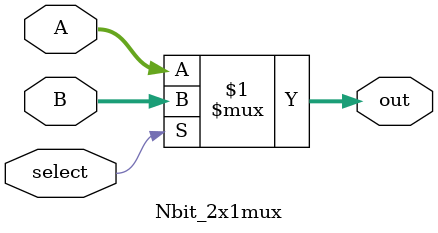
<source format=v>
`timescale 1ns / 1ps

/*******************************************************************
*
* Module: Nbit_2x1mux.v
* Project: CSCE3301_PROJECT1
* Author: Sara Mohamed - sara_mohamed@aucegypt.edu
          Mohamed Noureldin - mohamed-sherif@aucegypt.edu
* Description: 2x1 multiplexer to pick between two wires, of size according to parameter
*
* Change history: 09/04/2023 - adapted from lab tasks, no further changes
* 
*
**********************************************************************/

module Nbit_2x1mux #(parameter N = 8) (
    input [N-1:0] A, B,
    input select,
    output [N-1:0] out
    );
    assign out = (select)?B:A;
endmodule

</source>
